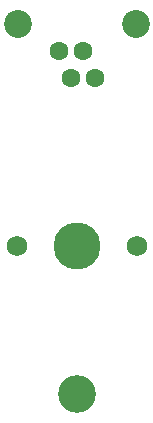
<source format=gts>
%TF.GenerationSoftware,KiCad,Pcbnew,(6.0.8-1)-1*%
%TF.CreationDate,2022-10-24T08:07:35+03:00*%
%TF.ProjectId,kamaji_button_v1,6b616d61-6a69-45f6-9275-74746f6e5f76,rev?*%
%TF.SameCoordinates,PX2faf080PY2faf080*%
%TF.FileFunction,Soldermask,Top*%
%TF.FilePolarity,Negative*%
%FSLAX46Y46*%
G04 Gerber Fmt 4.6, Leading zero omitted, Abs format (unit mm)*
G04 Created by KiCad (PCBNEW (6.0.8-1)-1) date 2022-10-24 08:07:35*
%MOMM*%
%LPD*%
G01*
G04 APERTURE LIST*
%ADD10C,3.200000*%
%ADD11C,1.750000*%
%ADD12C,3.987800*%
%ADD13C,1.600000*%
%ADD14C,2.360000*%
G04 APERTURE END LIST*
D10*
%TO.C,REF\u002A\u002A*%
X15000000Y-33500000D03*
%TD*%
D11*
%TO.C,SW2*%
X20080000Y-21000000D03*
X9920000Y-21000000D03*
D12*
X15000000Y-21000000D03*
%TD*%
D13*
%TO.C,J1*%
X16530000Y-6727500D03*
X15510000Y-4487500D03*
X14490000Y-6727500D03*
X13470000Y-4487500D03*
D14*
X10000000Y-2187500D03*
X20000000Y-2187500D03*
%TD*%
M02*

</source>
